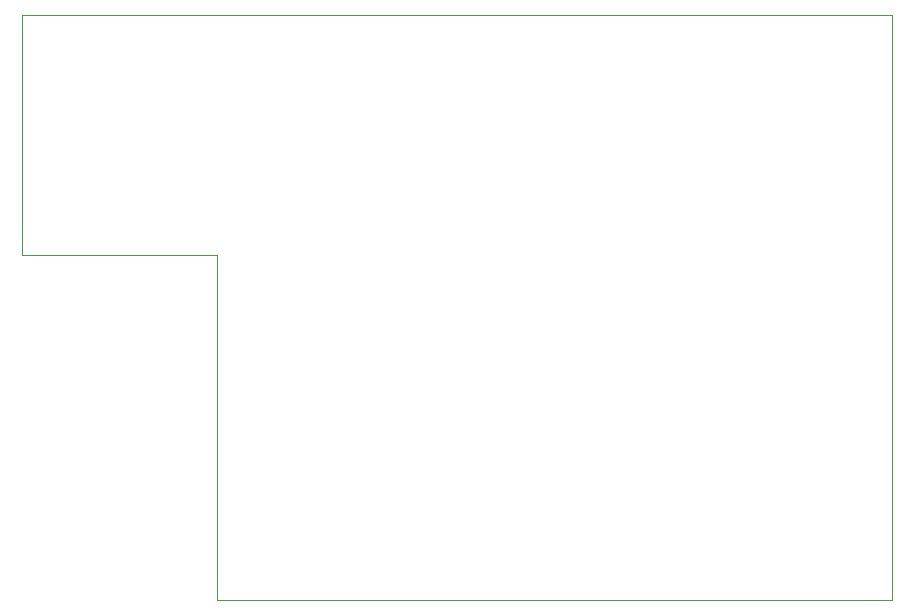
<source format=gm1>
G04 #@! TF.GenerationSoftware,KiCad,Pcbnew,7.0.1*
G04 #@! TF.CreationDate,2023-04-02T16:08:30+02:00*
G04 #@! TF.ProjectId,PMOD SPI SD TFT,504d4f44-2053-4504-9920-534420544654,V1.0*
G04 #@! TF.SameCoordinates,Original*
G04 #@! TF.FileFunction,Profile,NP*
%FSLAX46Y46*%
G04 Gerber Fmt 4.6, Leading zero omitted, Abs format (unit mm)*
G04 Created by KiCad (PCBNEW 7.0.1) date 2023-04-02 16:08:30*
%MOMM*%
%LPD*%
G01*
G04 APERTURE LIST*
G04 #@! TA.AperFunction,Profile*
%ADD10C,0.100000*%
G04 #@! TD*
G04 APERTURE END LIST*
D10*
X25400000Y-24130000D02*
X25400000Y25400000D01*
X-31750000Y-24130000D02*
X-31750000Y5080000D01*
X25400000Y25400000D02*
X-48260000Y25400000D01*
X-48260000Y25400000D02*
X-48260000Y5080000D01*
X-48260000Y5080000D02*
X-31750000Y5080000D01*
X25400000Y-24130000D02*
X-31750000Y-24130000D01*
M02*

</source>
